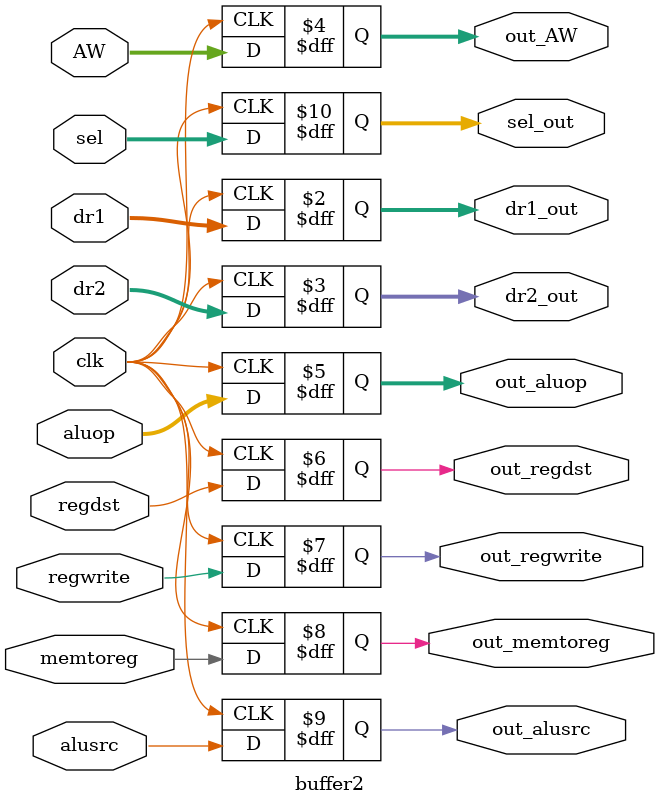
<source format=v>
module buffer2
(
	input [31:0] dr1, dr2, 
	input [4:0] AW,
	input [5:0] sel,
	input [2:0] aluop,
	input clk, regdst, regwrite, memtoreg, alusrc,
	output reg [31:0] dr1_out, dr2_out,
	output reg [4:0] out_AW,
	output reg [2:0] out_aluop,
	output reg out_regdst, out_regwrite, out_memtoreg, out_alusrc,
	output reg [5:0] sel_out
);

always @(posedge clk)
	begin
		dr1_out <= dr1;
		dr2_out <= dr2;
		sel_out <= sel;
		out_AW <= AW;
		out_aluop <= aluop;
		out_regdst <= regdst;
		out_regwrite <= regwrite;
		out_memtoreg <= memtoreg;
		out_alusrc <= alusrc;
	end
	
endmodule 
</source>
